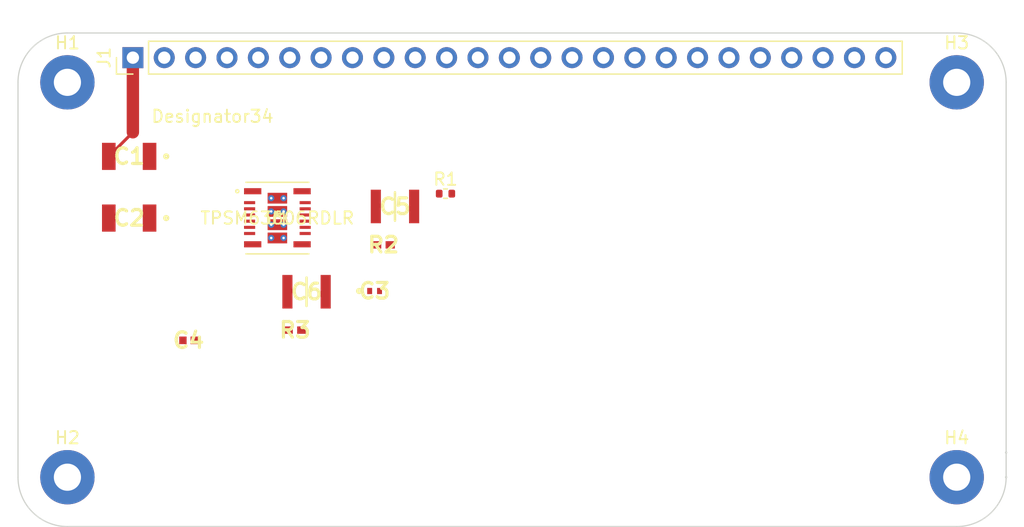
<source format=kicad_pcb>
(kicad_pcb (version 20211014) (generator pcbnew)
  (layers (0 "F.Cu" signal) (1 "In1.Cu" power) (2 "In2.Cu" power) (31 "B.Cu" signal) (34 "B.Paste" user) (35 "F.Paste" user) (36 "B.SilkS" user "B.Silkscreen") (37 "F.SilkS" user "F.Silkscreen") (38 "B.Mask" user) (39 "F.Mask" user) (44 "Edge.Cuts" user))
  (net 0 "")
  (net 1 "+BATT")
  (net 2 "VCC5")
  (net 3 "Net-(C4-Pad1)")
  (net 4 "Net-(R1-Pad1)")
  (net 6 "Net-(U1-Pad3)")
  (net 7 "GND")
  (footprint "CRCW040210K0FKED:RESC1005X40N" (layer "F.Cu") (at 49.585 37.17)
    (fp_text reference "R2" (at 0 0) (layer "F.SilkS") (effects (font (size 1.27 1.27) (thickness 0.254))))
    (fp_text value "40.2k" hide)
    (pad "1" smd rect locked (at -0.55 0 90) (size 0.6 0.75) (layers "F.Cu" "F.Paste" "F.Mask") (net 3 "Net-(C4-Pad1)"))
    (pad "2" smd rect locked (at 0.55 0 90) (size 0.6 0.75) (layers "F.Cu" "F.Paste" "F.Mask") (net 2 "VCC5"))
  )
  (footprint "Connector_PinHeader_2.54mm:PinHeader_1x25_P2.54mm_Vertical" (layer "F.Cu") (at 29.3 22 90)
    (fp_text reference "J1" (at 0 -2.33 90) (layer "F.SilkS"))
    (fp_text value "Conn_01x25")
    (fp_line (start -1.33 -1.33) (end 0 -1.33) (layer "F.SilkS") (width 0.12))
    (fp_line (start -1.33 62.29) (end 1.33 62.29) (layer "F.SilkS") (width 0.12))
    (fp_line (start -1.33 0) (end -1.33 -1.33) (layer "F.SilkS") (width 0.12))
    (fp_line (start 1.33 1.27) (end 1.33 62.29) (layer "F.SilkS") (width 0.12))
    (fp_line (start -1.33 1.27) (end 1.33 1.27) (layer "F.SilkS") (width 0.12))
    (fp_line (start -1.33 1.27) (end -1.33 62.29) (layer "F.SilkS") (width 0.12))
    (pad "1" thru_hole rect (at 0 0 90) (size 1.7 1.7) (drill 1) (layers *.Cu *.Mask) (net 1 "+BATT"))
    (pad "2" thru_hole oval (at 0 2.54 90) (size 1.7 1.7) (drill 1) (layers *.Cu *.Mask) (net 7 "GND"))
    (pad "3" thru_hole oval (at 0 5.08 90) (size 1.7 1.7) (drill 1) (layers *.Cu *.Mask))
    (pad "4" thru_hole oval (at 0 7.62 90) (size 1.7 1.7) (drill 1) (layers *.Cu *.Mask))
    (pad "5" thru_hole oval (at 0 10.16 90) (size 1.7 1.7) (drill 1) (layers *.Cu *.Mask))
    (pad "6" thru_hole oval (at 0 12.7 90) (size 1.7 1.7) (drill 1) (layers *.Cu *.Mask))
    (pad "7" thru_hole oval (at 0 15.24 90) (size 1.7 1.7) (drill 1) (layers *.Cu *.Mask))
    (pad "8" thru_hole oval (at 0 17.78 90) (size 1.7 1.7) (drill 1) (layers *.Cu *.Mask))
    (pad "9" thru_hole oval (at 0 20.32 90) (size 1.7 1.7) (drill 1) (layers *.Cu *.Mask))
    (pad "10" thru_hole oval (at 0 22.86 90) (size 1.7 1.7) (drill 1) (layers *.Cu *.Mask))
    (pad "11" thru_hole oval (at 0 25.4 90) (size 1.7 1.7) (drill 1) (layers *.Cu *.Mask))
    (pad "12" thru_hole oval (at 0 27.94 90) (size 1.7 1.7) (drill 1) (layers *.Cu *.Mask))
    (pad "13" thru_hole oval (at 0 30.48 90) (size 1.7 1.7) (drill 1) (layers *.Cu *.Mask))
    (pad "14" thru_hole oval (at 0 33.02 90) (size 1.7 1.7) (drill 1) (layers *.Cu *.Mask))
    (pad "15" thru_hole oval (at 0 35.56 90) (size 1.7 1.7) (drill 1) (layers *.Cu *.Mask))
    (pad "16" thru_hole oval (at 0 38.1 90) (size 1.7 1.7) (drill 1) (layers *.Cu *.Mask))
    (pad "17" thru_hole oval (at 0 40.64 90) (size 1.7 1.7) (drill 1) (layers *.Cu *.Mask))
    (pad "18" thru_hole oval (at 0 43.18 90) (size 1.7 1.7) (drill 1) (layers *.Cu *.Mask))
    (pad "19" thru_hole oval (at 0 45.72 90) (size 1.7 1.7) (drill 1) (layers *.Cu *.Mask))
    (pad "20" thru_hole oval (at 0 48.26 90) (size 1.7 1.7) (drill 1) (layers *.Cu *.Mask))
    (pad "21" thru_hole oval (at 0 50.8 90) (size 1.7 1.7) (drill 1) (layers *.Cu *.Mask))
    (pad "22" thru_hole oval (at 0 53.34 90) (size 1.7 1.7) (drill 1) (layers *.Cu *.Mask))
    (pad "23" thru_hole oval (at 0 55.88 90) (size 1.7 1.7) (drill 1) (layers *.Cu *.Mask))
    (pad "24" thru_hole oval (at 0 58.42 90) (size 1.7 1.7) (drill 1) (layers *.Cu *.Mask))
    (pad "25" thru_hole oval (at 0 60.96 90) (size 1.7 1.7) (drill 1) (layers *.Cu *.Mask))
  )
  (footprint "GCM32ER70J476KE19L:CAPC3225X270N" (layer "F.Cu") (at 50.52 34.06)
    (fp_text reference "C5" (at 0 0) (layer "F.SilkS") (effects (font (size 1.27 1.27) (thickness 0.254))))
    (fp_text value "47uF" hide)
    (fp_line (start 0 -1.15) (end 0 1.15) (layer "F.SilkS") (width 0.2))
    (pad "1" smd rect locked (at -1.55 0) (size 0.82 2.72) (layers "F.Cu" "F.Paste" "F.Mask") (net 7 "GND"))
    (pad "2" smd rect locked (at 1.55 0) (size 0.82 2.72) (layers "F.Cu" "F.Paste" "F.Mask") (net 2 "VCC5"))
  )
  (footprint "C3225X7R1H106M250AC:C3225_Commercial" (layer "F.Cu") (at 29 35 180)
    (fp_text reference "C2" (at 0 0) (layer "F.SilkS") (effects (font (size 1.27 1.27) (thickness 0.254))))
    (fp_text value "10uF" hide)
    (fp_circle (center -3 0) (end -3 0.05) (layer "F.SilkS") (width 0.2) (fill none))
    (pad "1" smd rect locked (at -1.65 0 180) (size 1.1 2.2) (layers "F.Cu" "F.Paste" "F.Mask") (net 7 "GND"))
    (pad "2" smd rect locked (at 1.65 0 180) (size 1.1 2.2) (layers "F.Cu" "F.Paste" "F.Mask") (net 1 "+BATT"))
  )
  (footprint "Resistor_SMD:R_0402_1005Metric" (layer "F.Cu") (at 54.61 33.02)
    (fp_text reference "R1" (at 0 -1.17) (layer "F.SilkS"))
    (fp_text value "12.1k")
    (fp_line (start -0.153641 -0.38) (end 0.153641 -0.38) (layer "F.SilkS") (width 0.12))
    (fp_line (start -0.153641 0.38) (end 0.153641 0.38) (layer "F.SilkS") (width 0.12))
    (pad "1" smd roundrect (at -0.51 0) (size 0.54 0.64) (layers "F.Cu" "F.Paste" "F.Mask") (net 4 "Net-(R1-Pad1)"))
    (pad "2" smd roundrect (at 0.51 0) (size 0.54 0.64) (layers "F.Cu" "F.Paste" "F.Mask") (net 7 "GND"))
  )
  (footprint "MountingHole:MountingHole_2.2mm_M2_Pad" (layer "F.Cu") (at 24 24)
    (fp_text reference "H1" (at 0 -3.2) (layer "F.SilkS"))
    (fp_text value "Mounting hole")
    (pad "1" thru_hole circle (at 0 0) (size 4.4 4.4) (drill 2.2) (layers *.Cu *.Mask))
  )
  (footprint "GCM32ER70J476KE19L:CAPC3225X270N" (layer "F.Cu") (at 43.36 40.97)
    (fp_text reference "C6" (at 0 0) (layer "F.SilkS") (effects (font (size 1.27 1.27) (thickness 0.254))))
    (fp_text value "47uF" hide)
    (fp_line (start 0 -1.15) (end 0 1.15) (layer "F.SilkS") (width 0.2))
    (pad "1" smd rect locked (at -1.55 0) (size 0.82 2.72) (layers "F.Cu" "F.Paste" "F.Mask") (net 7 "GND"))
    (pad "2" smd rect locked (at 1.55 0) (size 0.82 2.72) (layers "F.Cu" "F.Paste" "F.Mask") (net 2 "VCC5"))
  )
  (footprint "MountingHole:MountingHole_2.2mm_M2_Pad" (layer "F.Cu") (at 96 24)
    (fp_text reference "H3" (at 0 -3.2) (layer "F.SilkS"))
    (fp_text value "Mounting hole")
    (pad "1" thru_hole circle (at 0 0) (size 4.4 4.4) (drill 2.2) (layers *.Cu *.Mask))
  )
  (footprint "MountingHole:MountingHole_2.2mm_M2_Pad" (layer "F.Cu") (at 96 56)
    (fp_text reference "H4" (at 0 -3.2) (layer "F.SilkS"))
    (fp_text value "Mounting hole")
    (pad "1" thru_hole circle (at 0 0) (size 4.4 4.4) (drill 2.2) (layers *.Cu *.Mask))
  )
  (footprint "C1005X6S1C105K050BC:C1005_Commercial" (layer "F.Cu") (at 48.87 40.91)
    (fp_text reference "C3" (at 0 0) (layer "F.SilkS") (effects (font (size 1.27 1.27) (thickness 0.254))))
    (fp_text value "1uF" hide)
    (fp_circle (center -1.25 0) (end -1.25 0.05) (layer "F.SilkS") (width 0.2) (fill none))
    (pad "1" smd rect locked (at -0.4 0) (size 0.4 0.5) (layers "F.Cu" "F.Paste" "F.Mask") (net 7 "GND"))
    (pad "2" smd rect locked (at 0.4 0) (size 0.4 0.5) (layers "F.Cu" "F.Paste" "F.Mask") (net 2 "VCC5"))
  )
  (footprint "GRM1555C1H8R2CA01D:CAPC1005X55N" (layer "F.Cu") (at 33.81 44.91)
    (fp_text reference "C4" (at 0 0) (layer "F.SilkS") (effects (font (size 1.27 1.27) (thickness 0.254))))
    (fp_text value "8.2pF" hide)
    (pad "1" smd rect locked (at -0.46 0) (size 0.6 0.62) (layers "F.Cu" "F.Paste" "F.Mask") (net 3 "Net-(C4-Pad1)"))
    (pad "2" smd rect locked (at 0.46 0) (size 0.6 0.62) (layers "F.Cu" "F.Paste" "F.Mask") (net 2 "VCC5"))
  )
  (footprint "C3225X7R1H106M250AC:C3225_Commercial" (layer "F.Cu") (at 29 30 180)
    (fp_text reference "C1" (at 0 0) (layer "F.SilkS") (effects (font (size 1.27 1.27) (thickness 0.254))))
    (fp_text value "10uF" hide)
    (fp_circle (center -3 0) (end -3 0.05) (layer "F.SilkS") (width 0.2) (fill none))
    (pad "1" smd rect locked (at -1.65 0 180) (size 1.1 2.2) (layers "F.Cu" "F.Paste" "F.Mask") (net 7 "GND"))
    (pad "2" smd rect locked (at 1.65 0 180) (size 1.1 2.2) (layers "F.Cu" "F.Paste" "F.Mask") (net 1 "+BATT"))
  )
  (footprint "Power module:RDL0020A-MFG" (layer "F.Cu") (at 41 35)
    (fp_text reference "U1" (at 0 0) (layer "F.SilkS"))
    (fp_text value "TPSM63606RDLR" (at 0 0) (layer "F.SilkS"))
    (fp_text user "*" (at 0 0) (layer "F.SilkS"))
    (fp_text user "Designator34" (at -5.2512 -8.2418) (layer "F.SilkS"))
    (fp_line (start -2.55 -2.899999) (end 2.55 -2.899999) (layer "F.SilkS") (width 0.12))
    (fp_line (start -2.55 2.899999) (end 2.55 2.899999) (layer "F.SilkS") (width 0.12))
    (fp_circle (center -3.250001 -2.174999) (end -3.125 -2.174999) (layer "F.SilkS") (width 0.12) (fill none))
    (pad "1" smd rect locked (at -2.000001 -2.174999) (size 1.4 0.499999) (layers "F.Cu" "F.Mask") (net 1 "+BATT"))
    (pad "2" smd rect locked (at -2.250001 -1.25) (size 0.900001 0.249999) (layers "F.Cu" "F.Mask"))
    (pad "3" smd rect locked (at -2.250001 -0.750001) (size 0.900001 0.249999) (layers "F.Cu" "F.Mask") (net 6 "Net-(U1-Pad3)"))
    (pad "4" smd rect locked (at -2.250001 -0.25) (size 0.900001 0.249999) (layers "F.Cu" "F.Mask") (net 6 "Net-(U1-Pad3)"))
    (pad "5" smd rect locked (at -2.250001 0.25) (size 0.900001 0.249999) (layers "F.Cu" "F.Mask") (net 2 "VCC5"))
    (pad "6" smd rect locked (at -2.250001 0.750001) (size 0.900001 0.249999) (layers "F.Cu" "F.Mask") (net 7 "GND"))
    (pad "7" smd rect locked (at -2.250001 1.25) (size 0.900001 0.249999) (layers "F.Cu" "F.Mask"))
    (pad "8" smd rect locked (at -2.000001 2.125) (size 1.4 0.499999) (layers "F.Cu" "F.Mask") (net 2 "VCC5"))
    (pad "9" smd rect locked (at 2.000001 2.125) (size 1.4 0.499999) (layers "F.Cu" "F.Mask") (net 2 "VCC5"))
    (pad "10" smd rect locked (at 2.250001 1.25) (size 0.900001 0.249999) (layers "F.Cu" "F.Mask") (net 3 "Net-(C4-Pad1)"))
    (pad "11" smd rect locked (at 2.250001 0.750001) (size 0.900001 0.249999) (layers "F.Cu" "F.Mask") (net 7 "GND"))
    (pad "12" smd rect locked (at 2.250001 0.25) (size 0.900001 0.249999) (layers "F.Cu" "F.Mask") (net 4 "Net-(R1-Pad1)"))
    (pad "13" smd rect locked (at 2.250001 -0.25) (size 0.900001 0.249999) (layers "F.Cu" "F.Mask"))
    (pad "14" smd rect locked (at 2.250001 -0.750001) (size 0.900001 0.249999) (layers "F.Cu" "F.Mask") (net 1 "+BATT"))
    (pad "15" smd rect locked (at 2.250001 -1.25) (size 0.900001 0.249999) (layers "F.Cu" "F.Mask"))
    (pad "16" smd rect locked (at 2.000001 -2.174999) (size 1.4 0.499999) (layers "F.Cu" "F.Mask") (net 1 "+BATT"))
    (pad "17" smd rect locked (at 0 -1.612999) (size 1.579999 0.875) (layers "F.Cu" "F.Mask") (net 7 "GND"))
    (pad "18" smd rect locked (at 0 -0.538) (size 1.579999 0.875) (layers "F.Cu" "F.Mask") (net 7 "GND"))
    (pad "19" smd rect locked (at 0 0.538) (size 1.579999 0.875) (layers "F.Cu" "F.Mask") (net 7 "GND"))
    (pad "20" smd rect locked (at 0 1.612999) (size 1.579999 0.875) (layers "F.Cu" "F.Mask") (net 7 "GND"))
    (pad "21" thru_hole circle locked (at 0.499999 0.538) (size 0.499999 0.499999) (drill 0.2032) (layers *.Cu *.Mask))
    (pad "22" thru_hole circle locked (at -0.499999 0.538) (size 0.499999 0.499999) (drill 0.2032) (layers *.Cu *.Mask))
    (pad "23" thru_hole circle locked (at 0.499999 -0.538) (size 0.499999 0.499999) (drill 0.2032) (layers *.Cu *.Mask))
    (pad "24" thru_hole circle locked (at -0.499999 -0.538) (size 0.499999 0.499999) (drill 0.2032) (layers *.Cu *.Mask))
    (pad "25" thru_hole circle locked (at 0.499999 1.612999) (size 0.499999 0.499999) (drill 0.2032) (layers *.Cu *.Mask))
    (pad "26" thru_hole circle locked (at -0.499999 1.612999) (size 0.499999 0.499999) (drill 0.2032) (layers *.Cu *.Mask))
    (pad "27" thru_hole circle locked (at 0.499999 -1.612999) (size 0.499999 0.499999) (drill 0.2032) (layers *.Cu *.Mask))
    (pad "28" thru_hole circle locked (at -0.499999 -1.612999) (size 0.499999 0.499999) (drill 0.2032) (layers *.Cu *.Mask))
  )
  (footprint "CRCW040210K0FKED:RESC1005X40N" (layer "F.Cu") (at 42.425 44.08)
    (fp_text reference "R3" (at 0 0) (layer "F.SilkS") (effects (font (size 1.27 1.27) (thickness 0.254))))
    (fp_text value "10k" hide)
    (pad "1" smd rect locked (at -0.55 0 90) (size 0.6 0.75) (layers "F.Cu" "F.Paste" "F.Mask") (net 7 "GND"))
    (pad "2" smd rect locked (at 0.55 0 90) (size 0.6 0.75) (layers "F.Cu" "F.Paste" "F.Mask") (net 3 "Net-(C4-Pad1)"))
  )
  (footprint "MountingHole:MountingHole_2.2mm_M2_Pad" (layer "F.Cu") (at 24 56)
    (fp_text reference "H2" (at 0 -3.2) (layer "F.SilkS"))
    (fp_text value "Mounting hole")
    (pad "1" thru_hole circle (at 0 0) (size 4.4 4.4) (drill 2.2) (layers *.Cu *.Mask))
  )
  (gr_line (start 24 20) (end 96 20) (layer "Edge.Cuts") (width 0.1))
  (gr_line (start 96 60) (end 24 60) (layer "Edge.Cuts") (width 0.1))
  (gr_arc (start 20 24) (mid 21.171573 21.171573) (end 24 20) (layer "Edge.Cuts") (width 0.1))
  (gr_circle (center 100 56) (end 100 56) (layer "Edge.Cuts") (width 0.1) (fill none))
  (gr_arc (start 100 56) (mid 98.828427 58.828427) (end 96 60) (layer "Edge.Cuts") (width 0.1))
  (gr_arc (start 96 20) (mid 98.828427 21.171573) (end 100 24) (layer "Edge.Cuts") (width 0.1))
  (gr_circle (center 100 54) (end 100 54) (layer "Edge.Cuts") (width 0.1) (fill none))
  (gr_line (start 20 56) (end 20 24) (layer "Edge.Cuts") (width 0.1))
  (gr_line (start 100 24) (end 100 56) (layer "Edge.Cuts") (width 0.1))
  (gr_arc (start 24 60) (mid 21.171573 58.828427) (end 20 56) (layer "Edge.Cuts") (width 0.1))
  (segment (start 29.3 22) (end 29.3 28.05) (width 1) (layer "F.Cu") (net 1))
  (segment (start 29.3 28.05) (end 27.35 30) (width 0.25) (layer "F.Cu") (net 1))
)
</source>
